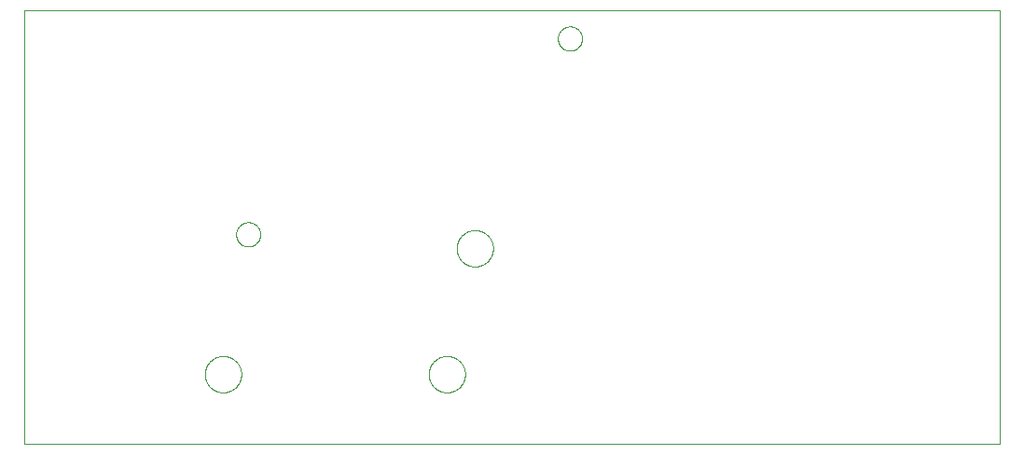
<source format=gtp>
G75*
%MOIN*%
%OFA0B0*%
%FSLAX25Y25*%
%IPPOS*%
%LPD*%
%AMOC8*
5,1,8,0,0,1.08239X$1,22.5*
%
%ADD10C,0.00000*%
D10*
X0001500Y0003000D02*
X0001500Y0157961D01*
X0350201Y0157961D01*
X0350201Y0003000D01*
X0001500Y0003000D01*
X0066000Y0028000D02*
X0066002Y0028161D01*
X0066008Y0028321D01*
X0066018Y0028482D01*
X0066032Y0028642D01*
X0066050Y0028802D01*
X0066071Y0028961D01*
X0066097Y0029120D01*
X0066127Y0029278D01*
X0066160Y0029435D01*
X0066198Y0029592D01*
X0066239Y0029747D01*
X0066284Y0029901D01*
X0066333Y0030054D01*
X0066386Y0030206D01*
X0066442Y0030357D01*
X0066503Y0030506D01*
X0066566Y0030654D01*
X0066634Y0030800D01*
X0066705Y0030944D01*
X0066779Y0031086D01*
X0066857Y0031227D01*
X0066939Y0031365D01*
X0067024Y0031502D01*
X0067112Y0031636D01*
X0067204Y0031768D01*
X0067299Y0031898D01*
X0067397Y0032026D01*
X0067498Y0032151D01*
X0067602Y0032273D01*
X0067709Y0032393D01*
X0067819Y0032510D01*
X0067932Y0032625D01*
X0068048Y0032736D01*
X0068167Y0032845D01*
X0068288Y0032950D01*
X0068412Y0033053D01*
X0068538Y0033153D01*
X0068666Y0033249D01*
X0068797Y0033342D01*
X0068931Y0033432D01*
X0069066Y0033519D01*
X0069204Y0033602D01*
X0069343Y0033682D01*
X0069485Y0033758D01*
X0069628Y0033831D01*
X0069773Y0033900D01*
X0069920Y0033966D01*
X0070068Y0034028D01*
X0070218Y0034086D01*
X0070369Y0034141D01*
X0070522Y0034192D01*
X0070676Y0034239D01*
X0070831Y0034282D01*
X0070987Y0034321D01*
X0071143Y0034357D01*
X0071301Y0034388D01*
X0071459Y0034416D01*
X0071618Y0034440D01*
X0071778Y0034460D01*
X0071938Y0034476D01*
X0072098Y0034488D01*
X0072259Y0034496D01*
X0072420Y0034500D01*
X0072580Y0034500D01*
X0072741Y0034496D01*
X0072902Y0034488D01*
X0073062Y0034476D01*
X0073222Y0034460D01*
X0073382Y0034440D01*
X0073541Y0034416D01*
X0073699Y0034388D01*
X0073857Y0034357D01*
X0074013Y0034321D01*
X0074169Y0034282D01*
X0074324Y0034239D01*
X0074478Y0034192D01*
X0074631Y0034141D01*
X0074782Y0034086D01*
X0074932Y0034028D01*
X0075080Y0033966D01*
X0075227Y0033900D01*
X0075372Y0033831D01*
X0075515Y0033758D01*
X0075657Y0033682D01*
X0075796Y0033602D01*
X0075934Y0033519D01*
X0076069Y0033432D01*
X0076203Y0033342D01*
X0076334Y0033249D01*
X0076462Y0033153D01*
X0076588Y0033053D01*
X0076712Y0032950D01*
X0076833Y0032845D01*
X0076952Y0032736D01*
X0077068Y0032625D01*
X0077181Y0032510D01*
X0077291Y0032393D01*
X0077398Y0032273D01*
X0077502Y0032151D01*
X0077603Y0032026D01*
X0077701Y0031898D01*
X0077796Y0031768D01*
X0077888Y0031636D01*
X0077976Y0031502D01*
X0078061Y0031365D01*
X0078143Y0031227D01*
X0078221Y0031086D01*
X0078295Y0030944D01*
X0078366Y0030800D01*
X0078434Y0030654D01*
X0078497Y0030506D01*
X0078558Y0030357D01*
X0078614Y0030206D01*
X0078667Y0030054D01*
X0078716Y0029901D01*
X0078761Y0029747D01*
X0078802Y0029592D01*
X0078840Y0029435D01*
X0078873Y0029278D01*
X0078903Y0029120D01*
X0078929Y0028961D01*
X0078950Y0028802D01*
X0078968Y0028642D01*
X0078982Y0028482D01*
X0078992Y0028321D01*
X0078998Y0028161D01*
X0079000Y0028000D01*
X0078998Y0027839D01*
X0078992Y0027679D01*
X0078982Y0027518D01*
X0078968Y0027358D01*
X0078950Y0027198D01*
X0078929Y0027039D01*
X0078903Y0026880D01*
X0078873Y0026722D01*
X0078840Y0026565D01*
X0078802Y0026408D01*
X0078761Y0026253D01*
X0078716Y0026099D01*
X0078667Y0025946D01*
X0078614Y0025794D01*
X0078558Y0025643D01*
X0078497Y0025494D01*
X0078434Y0025346D01*
X0078366Y0025200D01*
X0078295Y0025056D01*
X0078221Y0024914D01*
X0078143Y0024773D01*
X0078061Y0024635D01*
X0077976Y0024498D01*
X0077888Y0024364D01*
X0077796Y0024232D01*
X0077701Y0024102D01*
X0077603Y0023974D01*
X0077502Y0023849D01*
X0077398Y0023727D01*
X0077291Y0023607D01*
X0077181Y0023490D01*
X0077068Y0023375D01*
X0076952Y0023264D01*
X0076833Y0023155D01*
X0076712Y0023050D01*
X0076588Y0022947D01*
X0076462Y0022847D01*
X0076334Y0022751D01*
X0076203Y0022658D01*
X0076069Y0022568D01*
X0075934Y0022481D01*
X0075796Y0022398D01*
X0075657Y0022318D01*
X0075515Y0022242D01*
X0075372Y0022169D01*
X0075227Y0022100D01*
X0075080Y0022034D01*
X0074932Y0021972D01*
X0074782Y0021914D01*
X0074631Y0021859D01*
X0074478Y0021808D01*
X0074324Y0021761D01*
X0074169Y0021718D01*
X0074013Y0021679D01*
X0073857Y0021643D01*
X0073699Y0021612D01*
X0073541Y0021584D01*
X0073382Y0021560D01*
X0073222Y0021540D01*
X0073062Y0021524D01*
X0072902Y0021512D01*
X0072741Y0021504D01*
X0072580Y0021500D01*
X0072420Y0021500D01*
X0072259Y0021504D01*
X0072098Y0021512D01*
X0071938Y0021524D01*
X0071778Y0021540D01*
X0071618Y0021560D01*
X0071459Y0021584D01*
X0071301Y0021612D01*
X0071143Y0021643D01*
X0070987Y0021679D01*
X0070831Y0021718D01*
X0070676Y0021761D01*
X0070522Y0021808D01*
X0070369Y0021859D01*
X0070218Y0021914D01*
X0070068Y0021972D01*
X0069920Y0022034D01*
X0069773Y0022100D01*
X0069628Y0022169D01*
X0069485Y0022242D01*
X0069343Y0022318D01*
X0069204Y0022398D01*
X0069066Y0022481D01*
X0068931Y0022568D01*
X0068797Y0022658D01*
X0068666Y0022751D01*
X0068538Y0022847D01*
X0068412Y0022947D01*
X0068288Y0023050D01*
X0068167Y0023155D01*
X0068048Y0023264D01*
X0067932Y0023375D01*
X0067819Y0023490D01*
X0067709Y0023607D01*
X0067602Y0023727D01*
X0067498Y0023849D01*
X0067397Y0023974D01*
X0067299Y0024102D01*
X0067204Y0024232D01*
X0067112Y0024364D01*
X0067024Y0024498D01*
X0066939Y0024635D01*
X0066857Y0024773D01*
X0066779Y0024914D01*
X0066705Y0025056D01*
X0066634Y0025200D01*
X0066566Y0025346D01*
X0066503Y0025494D01*
X0066442Y0025643D01*
X0066386Y0025794D01*
X0066333Y0025946D01*
X0066284Y0026099D01*
X0066239Y0026253D01*
X0066198Y0026408D01*
X0066160Y0026565D01*
X0066127Y0026722D01*
X0066097Y0026880D01*
X0066071Y0027039D01*
X0066050Y0027198D01*
X0066032Y0027358D01*
X0066018Y0027518D01*
X0066008Y0027679D01*
X0066002Y0027839D01*
X0066000Y0028000D01*
X0146000Y0028000D02*
X0146002Y0028161D01*
X0146008Y0028321D01*
X0146018Y0028482D01*
X0146032Y0028642D01*
X0146050Y0028802D01*
X0146071Y0028961D01*
X0146097Y0029120D01*
X0146127Y0029278D01*
X0146160Y0029435D01*
X0146198Y0029592D01*
X0146239Y0029747D01*
X0146284Y0029901D01*
X0146333Y0030054D01*
X0146386Y0030206D01*
X0146442Y0030357D01*
X0146503Y0030506D01*
X0146566Y0030654D01*
X0146634Y0030800D01*
X0146705Y0030944D01*
X0146779Y0031086D01*
X0146857Y0031227D01*
X0146939Y0031365D01*
X0147024Y0031502D01*
X0147112Y0031636D01*
X0147204Y0031768D01*
X0147299Y0031898D01*
X0147397Y0032026D01*
X0147498Y0032151D01*
X0147602Y0032273D01*
X0147709Y0032393D01*
X0147819Y0032510D01*
X0147932Y0032625D01*
X0148048Y0032736D01*
X0148167Y0032845D01*
X0148288Y0032950D01*
X0148412Y0033053D01*
X0148538Y0033153D01*
X0148666Y0033249D01*
X0148797Y0033342D01*
X0148931Y0033432D01*
X0149066Y0033519D01*
X0149204Y0033602D01*
X0149343Y0033682D01*
X0149485Y0033758D01*
X0149628Y0033831D01*
X0149773Y0033900D01*
X0149920Y0033966D01*
X0150068Y0034028D01*
X0150218Y0034086D01*
X0150369Y0034141D01*
X0150522Y0034192D01*
X0150676Y0034239D01*
X0150831Y0034282D01*
X0150987Y0034321D01*
X0151143Y0034357D01*
X0151301Y0034388D01*
X0151459Y0034416D01*
X0151618Y0034440D01*
X0151778Y0034460D01*
X0151938Y0034476D01*
X0152098Y0034488D01*
X0152259Y0034496D01*
X0152420Y0034500D01*
X0152580Y0034500D01*
X0152741Y0034496D01*
X0152902Y0034488D01*
X0153062Y0034476D01*
X0153222Y0034460D01*
X0153382Y0034440D01*
X0153541Y0034416D01*
X0153699Y0034388D01*
X0153857Y0034357D01*
X0154013Y0034321D01*
X0154169Y0034282D01*
X0154324Y0034239D01*
X0154478Y0034192D01*
X0154631Y0034141D01*
X0154782Y0034086D01*
X0154932Y0034028D01*
X0155080Y0033966D01*
X0155227Y0033900D01*
X0155372Y0033831D01*
X0155515Y0033758D01*
X0155657Y0033682D01*
X0155796Y0033602D01*
X0155934Y0033519D01*
X0156069Y0033432D01*
X0156203Y0033342D01*
X0156334Y0033249D01*
X0156462Y0033153D01*
X0156588Y0033053D01*
X0156712Y0032950D01*
X0156833Y0032845D01*
X0156952Y0032736D01*
X0157068Y0032625D01*
X0157181Y0032510D01*
X0157291Y0032393D01*
X0157398Y0032273D01*
X0157502Y0032151D01*
X0157603Y0032026D01*
X0157701Y0031898D01*
X0157796Y0031768D01*
X0157888Y0031636D01*
X0157976Y0031502D01*
X0158061Y0031365D01*
X0158143Y0031227D01*
X0158221Y0031086D01*
X0158295Y0030944D01*
X0158366Y0030800D01*
X0158434Y0030654D01*
X0158497Y0030506D01*
X0158558Y0030357D01*
X0158614Y0030206D01*
X0158667Y0030054D01*
X0158716Y0029901D01*
X0158761Y0029747D01*
X0158802Y0029592D01*
X0158840Y0029435D01*
X0158873Y0029278D01*
X0158903Y0029120D01*
X0158929Y0028961D01*
X0158950Y0028802D01*
X0158968Y0028642D01*
X0158982Y0028482D01*
X0158992Y0028321D01*
X0158998Y0028161D01*
X0159000Y0028000D01*
X0158998Y0027839D01*
X0158992Y0027679D01*
X0158982Y0027518D01*
X0158968Y0027358D01*
X0158950Y0027198D01*
X0158929Y0027039D01*
X0158903Y0026880D01*
X0158873Y0026722D01*
X0158840Y0026565D01*
X0158802Y0026408D01*
X0158761Y0026253D01*
X0158716Y0026099D01*
X0158667Y0025946D01*
X0158614Y0025794D01*
X0158558Y0025643D01*
X0158497Y0025494D01*
X0158434Y0025346D01*
X0158366Y0025200D01*
X0158295Y0025056D01*
X0158221Y0024914D01*
X0158143Y0024773D01*
X0158061Y0024635D01*
X0157976Y0024498D01*
X0157888Y0024364D01*
X0157796Y0024232D01*
X0157701Y0024102D01*
X0157603Y0023974D01*
X0157502Y0023849D01*
X0157398Y0023727D01*
X0157291Y0023607D01*
X0157181Y0023490D01*
X0157068Y0023375D01*
X0156952Y0023264D01*
X0156833Y0023155D01*
X0156712Y0023050D01*
X0156588Y0022947D01*
X0156462Y0022847D01*
X0156334Y0022751D01*
X0156203Y0022658D01*
X0156069Y0022568D01*
X0155934Y0022481D01*
X0155796Y0022398D01*
X0155657Y0022318D01*
X0155515Y0022242D01*
X0155372Y0022169D01*
X0155227Y0022100D01*
X0155080Y0022034D01*
X0154932Y0021972D01*
X0154782Y0021914D01*
X0154631Y0021859D01*
X0154478Y0021808D01*
X0154324Y0021761D01*
X0154169Y0021718D01*
X0154013Y0021679D01*
X0153857Y0021643D01*
X0153699Y0021612D01*
X0153541Y0021584D01*
X0153382Y0021560D01*
X0153222Y0021540D01*
X0153062Y0021524D01*
X0152902Y0021512D01*
X0152741Y0021504D01*
X0152580Y0021500D01*
X0152420Y0021500D01*
X0152259Y0021504D01*
X0152098Y0021512D01*
X0151938Y0021524D01*
X0151778Y0021540D01*
X0151618Y0021560D01*
X0151459Y0021584D01*
X0151301Y0021612D01*
X0151143Y0021643D01*
X0150987Y0021679D01*
X0150831Y0021718D01*
X0150676Y0021761D01*
X0150522Y0021808D01*
X0150369Y0021859D01*
X0150218Y0021914D01*
X0150068Y0021972D01*
X0149920Y0022034D01*
X0149773Y0022100D01*
X0149628Y0022169D01*
X0149485Y0022242D01*
X0149343Y0022318D01*
X0149204Y0022398D01*
X0149066Y0022481D01*
X0148931Y0022568D01*
X0148797Y0022658D01*
X0148666Y0022751D01*
X0148538Y0022847D01*
X0148412Y0022947D01*
X0148288Y0023050D01*
X0148167Y0023155D01*
X0148048Y0023264D01*
X0147932Y0023375D01*
X0147819Y0023490D01*
X0147709Y0023607D01*
X0147602Y0023727D01*
X0147498Y0023849D01*
X0147397Y0023974D01*
X0147299Y0024102D01*
X0147204Y0024232D01*
X0147112Y0024364D01*
X0147024Y0024498D01*
X0146939Y0024635D01*
X0146857Y0024773D01*
X0146779Y0024914D01*
X0146705Y0025056D01*
X0146634Y0025200D01*
X0146566Y0025346D01*
X0146503Y0025494D01*
X0146442Y0025643D01*
X0146386Y0025794D01*
X0146333Y0025946D01*
X0146284Y0026099D01*
X0146239Y0026253D01*
X0146198Y0026408D01*
X0146160Y0026565D01*
X0146127Y0026722D01*
X0146097Y0026880D01*
X0146071Y0027039D01*
X0146050Y0027198D01*
X0146032Y0027358D01*
X0146018Y0027518D01*
X0146008Y0027679D01*
X0146002Y0027839D01*
X0146000Y0028000D01*
X0156000Y0073000D02*
X0156002Y0073161D01*
X0156008Y0073321D01*
X0156018Y0073482D01*
X0156032Y0073642D01*
X0156050Y0073802D01*
X0156071Y0073961D01*
X0156097Y0074120D01*
X0156127Y0074278D01*
X0156160Y0074435D01*
X0156198Y0074592D01*
X0156239Y0074747D01*
X0156284Y0074901D01*
X0156333Y0075054D01*
X0156386Y0075206D01*
X0156442Y0075357D01*
X0156503Y0075506D01*
X0156566Y0075654D01*
X0156634Y0075800D01*
X0156705Y0075944D01*
X0156779Y0076086D01*
X0156857Y0076227D01*
X0156939Y0076365D01*
X0157024Y0076502D01*
X0157112Y0076636D01*
X0157204Y0076768D01*
X0157299Y0076898D01*
X0157397Y0077026D01*
X0157498Y0077151D01*
X0157602Y0077273D01*
X0157709Y0077393D01*
X0157819Y0077510D01*
X0157932Y0077625D01*
X0158048Y0077736D01*
X0158167Y0077845D01*
X0158288Y0077950D01*
X0158412Y0078053D01*
X0158538Y0078153D01*
X0158666Y0078249D01*
X0158797Y0078342D01*
X0158931Y0078432D01*
X0159066Y0078519D01*
X0159204Y0078602D01*
X0159343Y0078682D01*
X0159485Y0078758D01*
X0159628Y0078831D01*
X0159773Y0078900D01*
X0159920Y0078966D01*
X0160068Y0079028D01*
X0160218Y0079086D01*
X0160369Y0079141D01*
X0160522Y0079192D01*
X0160676Y0079239D01*
X0160831Y0079282D01*
X0160987Y0079321D01*
X0161143Y0079357D01*
X0161301Y0079388D01*
X0161459Y0079416D01*
X0161618Y0079440D01*
X0161778Y0079460D01*
X0161938Y0079476D01*
X0162098Y0079488D01*
X0162259Y0079496D01*
X0162420Y0079500D01*
X0162580Y0079500D01*
X0162741Y0079496D01*
X0162902Y0079488D01*
X0163062Y0079476D01*
X0163222Y0079460D01*
X0163382Y0079440D01*
X0163541Y0079416D01*
X0163699Y0079388D01*
X0163857Y0079357D01*
X0164013Y0079321D01*
X0164169Y0079282D01*
X0164324Y0079239D01*
X0164478Y0079192D01*
X0164631Y0079141D01*
X0164782Y0079086D01*
X0164932Y0079028D01*
X0165080Y0078966D01*
X0165227Y0078900D01*
X0165372Y0078831D01*
X0165515Y0078758D01*
X0165657Y0078682D01*
X0165796Y0078602D01*
X0165934Y0078519D01*
X0166069Y0078432D01*
X0166203Y0078342D01*
X0166334Y0078249D01*
X0166462Y0078153D01*
X0166588Y0078053D01*
X0166712Y0077950D01*
X0166833Y0077845D01*
X0166952Y0077736D01*
X0167068Y0077625D01*
X0167181Y0077510D01*
X0167291Y0077393D01*
X0167398Y0077273D01*
X0167502Y0077151D01*
X0167603Y0077026D01*
X0167701Y0076898D01*
X0167796Y0076768D01*
X0167888Y0076636D01*
X0167976Y0076502D01*
X0168061Y0076365D01*
X0168143Y0076227D01*
X0168221Y0076086D01*
X0168295Y0075944D01*
X0168366Y0075800D01*
X0168434Y0075654D01*
X0168497Y0075506D01*
X0168558Y0075357D01*
X0168614Y0075206D01*
X0168667Y0075054D01*
X0168716Y0074901D01*
X0168761Y0074747D01*
X0168802Y0074592D01*
X0168840Y0074435D01*
X0168873Y0074278D01*
X0168903Y0074120D01*
X0168929Y0073961D01*
X0168950Y0073802D01*
X0168968Y0073642D01*
X0168982Y0073482D01*
X0168992Y0073321D01*
X0168998Y0073161D01*
X0169000Y0073000D01*
X0168998Y0072839D01*
X0168992Y0072679D01*
X0168982Y0072518D01*
X0168968Y0072358D01*
X0168950Y0072198D01*
X0168929Y0072039D01*
X0168903Y0071880D01*
X0168873Y0071722D01*
X0168840Y0071565D01*
X0168802Y0071408D01*
X0168761Y0071253D01*
X0168716Y0071099D01*
X0168667Y0070946D01*
X0168614Y0070794D01*
X0168558Y0070643D01*
X0168497Y0070494D01*
X0168434Y0070346D01*
X0168366Y0070200D01*
X0168295Y0070056D01*
X0168221Y0069914D01*
X0168143Y0069773D01*
X0168061Y0069635D01*
X0167976Y0069498D01*
X0167888Y0069364D01*
X0167796Y0069232D01*
X0167701Y0069102D01*
X0167603Y0068974D01*
X0167502Y0068849D01*
X0167398Y0068727D01*
X0167291Y0068607D01*
X0167181Y0068490D01*
X0167068Y0068375D01*
X0166952Y0068264D01*
X0166833Y0068155D01*
X0166712Y0068050D01*
X0166588Y0067947D01*
X0166462Y0067847D01*
X0166334Y0067751D01*
X0166203Y0067658D01*
X0166069Y0067568D01*
X0165934Y0067481D01*
X0165796Y0067398D01*
X0165657Y0067318D01*
X0165515Y0067242D01*
X0165372Y0067169D01*
X0165227Y0067100D01*
X0165080Y0067034D01*
X0164932Y0066972D01*
X0164782Y0066914D01*
X0164631Y0066859D01*
X0164478Y0066808D01*
X0164324Y0066761D01*
X0164169Y0066718D01*
X0164013Y0066679D01*
X0163857Y0066643D01*
X0163699Y0066612D01*
X0163541Y0066584D01*
X0163382Y0066560D01*
X0163222Y0066540D01*
X0163062Y0066524D01*
X0162902Y0066512D01*
X0162741Y0066504D01*
X0162580Y0066500D01*
X0162420Y0066500D01*
X0162259Y0066504D01*
X0162098Y0066512D01*
X0161938Y0066524D01*
X0161778Y0066540D01*
X0161618Y0066560D01*
X0161459Y0066584D01*
X0161301Y0066612D01*
X0161143Y0066643D01*
X0160987Y0066679D01*
X0160831Y0066718D01*
X0160676Y0066761D01*
X0160522Y0066808D01*
X0160369Y0066859D01*
X0160218Y0066914D01*
X0160068Y0066972D01*
X0159920Y0067034D01*
X0159773Y0067100D01*
X0159628Y0067169D01*
X0159485Y0067242D01*
X0159343Y0067318D01*
X0159204Y0067398D01*
X0159066Y0067481D01*
X0158931Y0067568D01*
X0158797Y0067658D01*
X0158666Y0067751D01*
X0158538Y0067847D01*
X0158412Y0067947D01*
X0158288Y0068050D01*
X0158167Y0068155D01*
X0158048Y0068264D01*
X0157932Y0068375D01*
X0157819Y0068490D01*
X0157709Y0068607D01*
X0157602Y0068727D01*
X0157498Y0068849D01*
X0157397Y0068974D01*
X0157299Y0069102D01*
X0157204Y0069232D01*
X0157112Y0069364D01*
X0157024Y0069498D01*
X0156939Y0069635D01*
X0156857Y0069773D01*
X0156779Y0069914D01*
X0156705Y0070056D01*
X0156634Y0070200D01*
X0156566Y0070346D01*
X0156503Y0070494D01*
X0156442Y0070643D01*
X0156386Y0070794D01*
X0156333Y0070946D01*
X0156284Y0071099D01*
X0156239Y0071253D01*
X0156198Y0071408D01*
X0156160Y0071565D01*
X0156127Y0071722D01*
X0156097Y0071880D01*
X0156071Y0072039D01*
X0156050Y0072198D01*
X0156032Y0072358D01*
X0156018Y0072518D01*
X0156008Y0072679D01*
X0156002Y0072839D01*
X0156000Y0073000D01*
X0077169Y0078000D02*
X0077171Y0078131D01*
X0077177Y0078263D01*
X0077187Y0078394D01*
X0077201Y0078525D01*
X0077219Y0078655D01*
X0077241Y0078784D01*
X0077266Y0078913D01*
X0077296Y0079041D01*
X0077330Y0079168D01*
X0077367Y0079295D01*
X0077408Y0079419D01*
X0077453Y0079543D01*
X0077502Y0079665D01*
X0077554Y0079786D01*
X0077610Y0079904D01*
X0077670Y0080022D01*
X0077733Y0080137D01*
X0077800Y0080250D01*
X0077870Y0080362D01*
X0077943Y0080471D01*
X0078019Y0080577D01*
X0078099Y0080682D01*
X0078182Y0080784D01*
X0078268Y0080883D01*
X0078357Y0080980D01*
X0078449Y0081074D01*
X0078544Y0081165D01*
X0078641Y0081254D01*
X0078741Y0081339D01*
X0078844Y0081421D01*
X0078949Y0081500D01*
X0079056Y0081576D01*
X0079166Y0081648D01*
X0079278Y0081717D01*
X0079392Y0081783D01*
X0079507Y0081845D01*
X0079625Y0081904D01*
X0079744Y0081959D01*
X0079865Y0082011D01*
X0079988Y0082058D01*
X0080112Y0082102D01*
X0080237Y0082143D01*
X0080363Y0082179D01*
X0080491Y0082212D01*
X0080619Y0082240D01*
X0080748Y0082265D01*
X0080878Y0082286D01*
X0081008Y0082303D01*
X0081139Y0082316D01*
X0081270Y0082325D01*
X0081401Y0082330D01*
X0081533Y0082331D01*
X0081664Y0082328D01*
X0081796Y0082321D01*
X0081927Y0082310D01*
X0082057Y0082295D01*
X0082187Y0082276D01*
X0082317Y0082253D01*
X0082445Y0082227D01*
X0082573Y0082196D01*
X0082700Y0082161D01*
X0082826Y0082123D01*
X0082950Y0082081D01*
X0083074Y0082035D01*
X0083195Y0081985D01*
X0083315Y0081932D01*
X0083434Y0081875D01*
X0083551Y0081815D01*
X0083665Y0081751D01*
X0083778Y0081683D01*
X0083889Y0081612D01*
X0083998Y0081538D01*
X0084104Y0081461D01*
X0084208Y0081380D01*
X0084309Y0081297D01*
X0084408Y0081210D01*
X0084504Y0081120D01*
X0084597Y0081027D01*
X0084688Y0080932D01*
X0084775Y0080834D01*
X0084860Y0080733D01*
X0084941Y0080630D01*
X0085019Y0080524D01*
X0085094Y0080416D01*
X0085166Y0080306D01*
X0085234Y0080194D01*
X0085299Y0080080D01*
X0085360Y0079963D01*
X0085418Y0079845D01*
X0085472Y0079725D01*
X0085523Y0079604D01*
X0085570Y0079481D01*
X0085613Y0079357D01*
X0085652Y0079232D01*
X0085688Y0079105D01*
X0085719Y0078977D01*
X0085747Y0078849D01*
X0085771Y0078720D01*
X0085791Y0078590D01*
X0085807Y0078459D01*
X0085819Y0078328D01*
X0085827Y0078197D01*
X0085831Y0078066D01*
X0085831Y0077934D01*
X0085827Y0077803D01*
X0085819Y0077672D01*
X0085807Y0077541D01*
X0085791Y0077410D01*
X0085771Y0077280D01*
X0085747Y0077151D01*
X0085719Y0077023D01*
X0085688Y0076895D01*
X0085652Y0076768D01*
X0085613Y0076643D01*
X0085570Y0076519D01*
X0085523Y0076396D01*
X0085472Y0076275D01*
X0085418Y0076155D01*
X0085360Y0076037D01*
X0085299Y0075920D01*
X0085234Y0075806D01*
X0085166Y0075694D01*
X0085094Y0075584D01*
X0085019Y0075476D01*
X0084941Y0075370D01*
X0084860Y0075267D01*
X0084775Y0075166D01*
X0084688Y0075068D01*
X0084597Y0074973D01*
X0084504Y0074880D01*
X0084408Y0074790D01*
X0084309Y0074703D01*
X0084208Y0074620D01*
X0084104Y0074539D01*
X0083998Y0074462D01*
X0083889Y0074388D01*
X0083778Y0074317D01*
X0083666Y0074249D01*
X0083551Y0074185D01*
X0083434Y0074125D01*
X0083315Y0074068D01*
X0083195Y0074015D01*
X0083074Y0073965D01*
X0082950Y0073919D01*
X0082826Y0073877D01*
X0082700Y0073839D01*
X0082573Y0073804D01*
X0082445Y0073773D01*
X0082317Y0073747D01*
X0082187Y0073724D01*
X0082057Y0073705D01*
X0081927Y0073690D01*
X0081796Y0073679D01*
X0081664Y0073672D01*
X0081533Y0073669D01*
X0081401Y0073670D01*
X0081270Y0073675D01*
X0081139Y0073684D01*
X0081008Y0073697D01*
X0080878Y0073714D01*
X0080748Y0073735D01*
X0080619Y0073760D01*
X0080491Y0073788D01*
X0080363Y0073821D01*
X0080237Y0073857D01*
X0080112Y0073898D01*
X0079988Y0073942D01*
X0079865Y0073989D01*
X0079744Y0074041D01*
X0079625Y0074096D01*
X0079507Y0074155D01*
X0079392Y0074217D01*
X0079278Y0074283D01*
X0079166Y0074352D01*
X0079056Y0074424D01*
X0078949Y0074500D01*
X0078844Y0074579D01*
X0078741Y0074661D01*
X0078641Y0074746D01*
X0078544Y0074835D01*
X0078449Y0074926D01*
X0078357Y0075020D01*
X0078268Y0075117D01*
X0078182Y0075216D01*
X0078099Y0075318D01*
X0078019Y0075423D01*
X0077943Y0075529D01*
X0077870Y0075638D01*
X0077800Y0075750D01*
X0077733Y0075863D01*
X0077670Y0075978D01*
X0077610Y0076096D01*
X0077554Y0076214D01*
X0077502Y0076335D01*
X0077453Y0076457D01*
X0077408Y0076581D01*
X0077367Y0076705D01*
X0077330Y0076832D01*
X0077296Y0076959D01*
X0077266Y0077087D01*
X0077241Y0077216D01*
X0077219Y0077345D01*
X0077201Y0077475D01*
X0077187Y0077606D01*
X0077177Y0077737D01*
X0077171Y0077869D01*
X0077169Y0078000D01*
X0192169Y0148000D02*
X0192171Y0148131D01*
X0192177Y0148263D01*
X0192187Y0148394D01*
X0192201Y0148525D01*
X0192219Y0148655D01*
X0192241Y0148784D01*
X0192266Y0148913D01*
X0192296Y0149041D01*
X0192330Y0149168D01*
X0192367Y0149295D01*
X0192408Y0149419D01*
X0192453Y0149543D01*
X0192502Y0149665D01*
X0192554Y0149786D01*
X0192610Y0149904D01*
X0192670Y0150022D01*
X0192733Y0150137D01*
X0192800Y0150250D01*
X0192870Y0150362D01*
X0192943Y0150471D01*
X0193019Y0150577D01*
X0193099Y0150682D01*
X0193182Y0150784D01*
X0193268Y0150883D01*
X0193357Y0150980D01*
X0193449Y0151074D01*
X0193544Y0151165D01*
X0193641Y0151254D01*
X0193741Y0151339D01*
X0193844Y0151421D01*
X0193949Y0151500D01*
X0194056Y0151576D01*
X0194166Y0151648D01*
X0194278Y0151717D01*
X0194392Y0151783D01*
X0194507Y0151845D01*
X0194625Y0151904D01*
X0194744Y0151959D01*
X0194865Y0152011D01*
X0194988Y0152058D01*
X0195112Y0152102D01*
X0195237Y0152143D01*
X0195363Y0152179D01*
X0195491Y0152212D01*
X0195619Y0152240D01*
X0195748Y0152265D01*
X0195878Y0152286D01*
X0196008Y0152303D01*
X0196139Y0152316D01*
X0196270Y0152325D01*
X0196401Y0152330D01*
X0196533Y0152331D01*
X0196664Y0152328D01*
X0196796Y0152321D01*
X0196927Y0152310D01*
X0197057Y0152295D01*
X0197187Y0152276D01*
X0197317Y0152253D01*
X0197445Y0152227D01*
X0197573Y0152196D01*
X0197700Y0152161D01*
X0197826Y0152123D01*
X0197950Y0152081D01*
X0198074Y0152035D01*
X0198195Y0151985D01*
X0198315Y0151932D01*
X0198434Y0151875D01*
X0198551Y0151815D01*
X0198665Y0151751D01*
X0198778Y0151683D01*
X0198889Y0151612D01*
X0198998Y0151538D01*
X0199104Y0151461D01*
X0199208Y0151380D01*
X0199309Y0151297D01*
X0199408Y0151210D01*
X0199504Y0151120D01*
X0199597Y0151027D01*
X0199688Y0150932D01*
X0199775Y0150834D01*
X0199860Y0150733D01*
X0199941Y0150630D01*
X0200019Y0150524D01*
X0200094Y0150416D01*
X0200166Y0150306D01*
X0200234Y0150194D01*
X0200299Y0150080D01*
X0200360Y0149963D01*
X0200418Y0149845D01*
X0200472Y0149725D01*
X0200523Y0149604D01*
X0200570Y0149481D01*
X0200613Y0149357D01*
X0200652Y0149232D01*
X0200688Y0149105D01*
X0200719Y0148977D01*
X0200747Y0148849D01*
X0200771Y0148720D01*
X0200791Y0148590D01*
X0200807Y0148459D01*
X0200819Y0148328D01*
X0200827Y0148197D01*
X0200831Y0148066D01*
X0200831Y0147934D01*
X0200827Y0147803D01*
X0200819Y0147672D01*
X0200807Y0147541D01*
X0200791Y0147410D01*
X0200771Y0147280D01*
X0200747Y0147151D01*
X0200719Y0147023D01*
X0200688Y0146895D01*
X0200652Y0146768D01*
X0200613Y0146643D01*
X0200570Y0146519D01*
X0200523Y0146396D01*
X0200472Y0146275D01*
X0200418Y0146155D01*
X0200360Y0146037D01*
X0200299Y0145920D01*
X0200234Y0145806D01*
X0200166Y0145694D01*
X0200094Y0145584D01*
X0200019Y0145476D01*
X0199941Y0145370D01*
X0199860Y0145267D01*
X0199775Y0145166D01*
X0199688Y0145068D01*
X0199597Y0144973D01*
X0199504Y0144880D01*
X0199408Y0144790D01*
X0199309Y0144703D01*
X0199208Y0144620D01*
X0199104Y0144539D01*
X0198998Y0144462D01*
X0198889Y0144388D01*
X0198778Y0144317D01*
X0198666Y0144249D01*
X0198551Y0144185D01*
X0198434Y0144125D01*
X0198315Y0144068D01*
X0198195Y0144015D01*
X0198074Y0143965D01*
X0197950Y0143919D01*
X0197826Y0143877D01*
X0197700Y0143839D01*
X0197573Y0143804D01*
X0197445Y0143773D01*
X0197317Y0143747D01*
X0197187Y0143724D01*
X0197057Y0143705D01*
X0196927Y0143690D01*
X0196796Y0143679D01*
X0196664Y0143672D01*
X0196533Y0143669D01*
X0196401Y0143670D01*
X0196270Y0143675D01*
X0196139Y0143684D01*
X0196008Y0143697D01*
X0195878Y0143714D01*
X0195748Y0143735D01*
X0195619Y0143760D01*
X0195491Y0143788D01*
X0195363Y0143821D01*
X0195237Y0143857D01*
X0195112Y0143898D01*
X0194988Y0143942D01*
X0194865Y0143989D01*
X0194744Y0144041D01*
X0194625Y0144096D01*
X0194507Y0144155D01*
X0194392Y0144217D01*
X0194278Y0144283D01*
X0194166Y0144352D01*
X0194056Y0144424D01*
X0193949Y0144500D01*
X0193844Y0144579D01*
X0193741Y0144661D01*
X0193641Y0144746D01*
X0193544Y0144835D01*
X0193449Y0144926D01*
X0193357Y0145020D01*
X0193268Y0145117D01*
X0193182Y0145216D01*
X0193099Y0145318D01*
X0193019Y0145423D01*
X0192943Y0145529D01*
X0192870Y0145638D01*
X0192800Y0145750D01*
X0192733Y0145863D01*
X0192670Y0145978D01*
X0192610Y0146096D01*
X0192554Y0146214D01*
X0192502Y0146335D01*
X0192453Y0146457D01*
X0192408Y0146581D01*
X0192367Y0146705D01*
X0192330Y0146832D01*
X0192296Y0146959D01*
X0192266Y0147087D01*
X0192241Y0147216D01*
X0192219Y0147345D01*
X0192201Y0147475D01*
X0192187Y0147606D01*
X0192177Y0147737D01*
X0192171Y0147869D01*
X0192169Y0148000D01*
M02*

</source>
